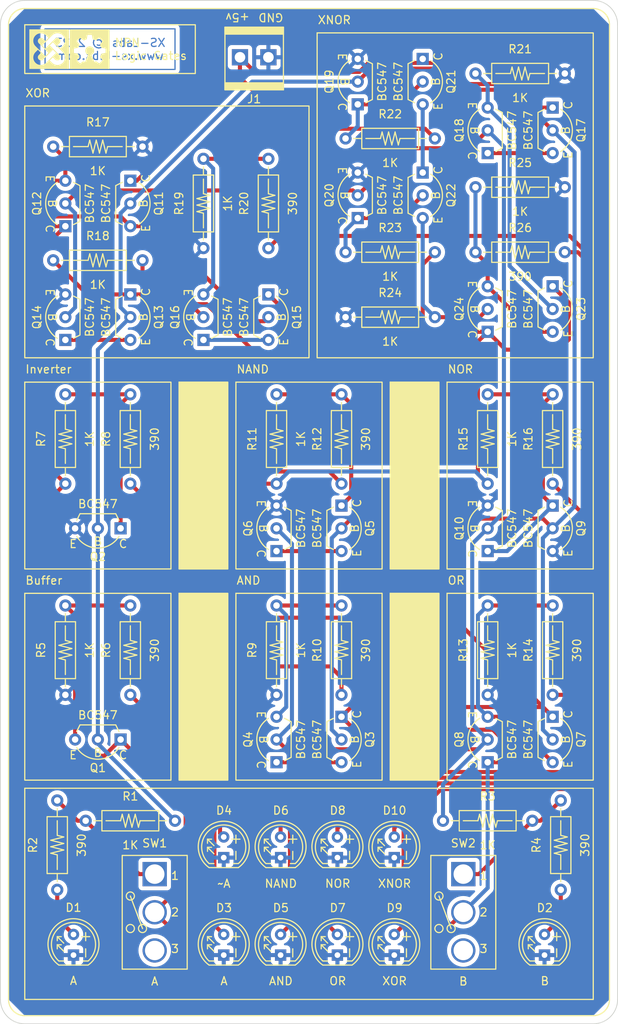
<source format=kicad_pcb>
(kicad_pcb (version 20221018) (generator pcbnew)
  (title_block (title "NPN Gates") (date "2023-10-30") (rev "1") (company "XS-Labs"))
  (layers (0 "F.Cu" signal) (31 "B.Cu" signal) (34 "B.Paste" user) (35 "F.Paste" user) (36 "B.SilkS" user "B.Silkscreen") (37 "F.SilkS" user "F.Silkscreen") (38 "B.Mask" user) (39 "F.Mask" user) (44 "Edge.Cuts" user))
  (net 0 "")
  (net 1 "GND")
  (net 2 "Net-(D1-A)")
  (net 3 "Net-(D2-A)")
  (net 4 "Net-(Q1-E)")
  (net 5 "Net-(D3-A)")
  (net 6 "Net-(Q2-C)")
  (net 7 "Net-(D4-A)")
  (net 8 "Net-(Q4-E)")
  (net 9 "Net-(D5-A)")
  (net 10 "Net-(Q5-C)")
  (net 11 "Net-(D6-A)")
  (net 12 "Net-(Q7-E)")
  (net 13 "Net-(D7-A)")
  (net 14 "Net-(Q10-C)")
  (net 15 "Net-(D8-A)")
  (net 16 "Net-(Q16-E)")
  (net 17 "Net-(D9-A)")
  (net 18 "Net-(Q23-E)")
  (net 19 "Net-(D10-A)")
  (net 20 "VCC")
  (net 21 "A")
  (net 22 "Net-(Q3-E)")
  (net 23 "B")
  (net 24 "Net-(Q5-E)")
  (net 25 "Net-(Q13-C)")
  (net 26 "Net-(Q13-E)")
  (net 27 "Net-(Q11-E)")
  (net 28 "Net-(Q15-E)")
  (net 29 "Net-(Q17-E)")
  (net 30 "Net-(Q19-C)")
  (net 31 "Net-(Q20-C)")
  (net 32 "Net-(Q21-E)")
  (net 33 "Net-(Q18-E)")
  (net 34 "Net-(Q22-E)")
  (net 35 "Net-(SW1-A)")
  (net 36 "Net-(SW2-A)")
  (footprint "XS:Resistor-Vishay-CCF07" (layer "F.Cu") (at 120 133)
    (fp_text reference "R1")
    (fp_text value "1K")
  )
  (footprint "XS:Resistor-Vishay-CCF07" (layer "F.Cu") (at 152 63 180)
    (fp_text reference "R23")
    (fp_text value "1K")
  )
  (footprint "XS:Transistor-NPN-TO-92-Line-Spacing-Lead-Form" (layer "F.Cu") (at 172 48 90)
    (fp_text reference "Q17")
    (fp_text value "BC547")
  )
  (footprint "XS:Resistor-Vishay-CCF07" (layer "F.Cu") (at 112 86 90)
    (fp_text reference "R7")
    (fp_text value "1K")
  )
  (footprint "XS:Resistor-Vishay-CCF07" (layer "F.Cu") (at 138 86 90)
    (fp_text reference "R11")
    (fp_text value "1K")
  )
  (footprint "XS:Resistor-Vishay-CCF07" (layer "F.Cu") (at 168 63 180)
    (fp_text reference "R26")
    (fp_text value "390")
  )
  (footprint "XS:Transistor-NPN-TO-92-Line-Spacing-Lead-Form" (layer "F.Cu") (at 146 123 90)
    (fp_text reference "Q3")
    (fp_text value "BC547")
  )
  (footprint "XS:LED-T1-34-5mm" (layer "F.Cu") (at 171 148.27 90)
    (fp_text reference "D2")
    (fp_text value "B")
  )
  (footprint "XS:Resistor-Vishay-CCF07" (layer "F.Cu") (at 129 57 -90)
    (fp_text reference "R19")
    (fp_text value "1K")
  )
  (footprint "XS:Transistor-NPN-TO-92-Line-Spacing-Lead-Form" (layer "F.Cu") (at 164 48 -90)
    (fp_text reference "Q18")
    (fp_text value "BC547")
  )
  (footprint "XS:LED-T1-34-5mm" (layer "F.Cu") (at 145.5 136.27 90)
    (fp_text reference "D8")
    (fp_text value "NOR")
  )
  (footprint "XS:Resistor-Vishay-CCF07" (layer "F.Cu") (at 173 136 -90)
    (fp_text reference "R4")
    (fp_text value "390")
  )
  (footprint "XS:LED-T1-34-5mm" (layer "F.Cu") (at 131.5 136.27 90)
    (fp_text reference "D4")
    (fp_text value "~A")
  )
  (footprint "XS:LED-T1-34-5mm" (layer "F.Cu") (at 113 148.27 90)
    (fp_text reference "D1")
    (fp_text value "A")
  )
  (footprint "XS:Transistor-NPN-TO-92-Line-Spacing-Lead-Form" (layer "F.Cu") (at 138 97 -90)
    (fp_text reference "Q6")
    (fp_text value "BC547")
  )
  (footprint "XS:LED-T1-34-5mm" (layer "F.Cu") (at 138.5 148.27 90)
    (fp_text reference "D5")
    (fp_text value "AND")
  )
  (footprint "XS:Resistor-Vishay-CCF07" (layer "F.Cu") (at 164 112 -90)
    (fp_text reference "R13")
    (fp_text value "1K")
  )
  (footprint "XS:Transistor-NPN-TO-92-Line-Spacing-Lead-Form" (layer "F.Cu") (at 138 123 -90)
    (fp_text reference "Q4")
    (fp_text value "BC547")
  )
  (footprint "XS:Transistor-NPN-TO-92-Line-Spacing-Lead-Form" (layer "F.Cu") (at 148 42 -90)
    (fp_text reference "Q19")
    (fp_text value "BC547")
  )
  (footprint "XS:Resistor-Vishay-CCF07" (layer "F.Cu") (at 168 41)
    (fp_text reference "R21")
    (fp_text value "1K")
  )
  (footprint "XS:LED-T1-34-5mm" (layer "F.Cu") (at 145.5 148.27 90)
    (fp_text reference "D7")
    (fp_text value "OR")
  )
  (footprint "XS:Resistor-Vishay-CCF07" (layer "F.Cu") (at 146 112 90)
    (fp_text reference "R10")
    (fp_text value "390")
  )
  (footprint "XS:Resistor-Vishay-CCF07" (layer "F.Cu") (at 152 49 180)
    (fp_text reference "R22")
    (fp_text value "1K")
  )
  (footprint "XS:Resistor-Vishay-CCF07" (layer "F.Cu") (at 111 136 -90)
    (fp_text reference "R2")
    (fp_text value "390")
  )
  (footprint "XS:Transistor-NPN-TO-92-Line-Spacing-Lead-Form" (layer "F.Cu") (at 146 97 90)
    (fp_text reference "Q5")
    (fp_text value "BC547")
  )
  (footprint "XS:Transistor-NPN-TO-92-Line-Spacing-Lead-Form" (layer "F.Cu") (at 116 97)
    (fp_text reference "Q2")
    (fp_text value "BC547")
  )
  (footprint "XS:Transistor-NPN-TO-92-Line-Spacing-Lead-Form" (layer "F.Cu") (at 164 70 -90)
    (fp_text reference "Q24")
    (fp_text value "BC547")
  )
  (footprint "XS:Resistor-Vishay-CCF07" (layer "F.Cu") (at 172 112 90)
    (fp_text reference "R14")
    (fp_text value "390")
  )
  (footprint "XS:Resistor-Vishay-CCF07" (layer "F.Cu") (at 116 50)
    (fp_text reference "R17")
    (fp_text value "1K")
  )
  (footprint "XS:Transistor-NPN-TO-92-Line-Spacing-Lead-Form" (layer "F.Cu") (at 172 123 90)
    (fp_text reference "Q7")
    (fp_text value "BC547")
  )
  (footprint "XS:Resistor-Vishay-CCF07" (layer "F.Cu") (at 164 133 180)
    (fp_text reference "R3")
    (fp_text value "1K")
  )
  (footprint "XS:LED-T1-34-5mm" (layer "F.Cu") (at 138.5 136.27 90)
    (fp_text reference "D6")
    (fp_text value "NAND")
  )
  (footprint "XS:Transistor-NPN-TO-92-Line-Spacing-Lead-Form" (layer "F.Cu") (at 120 71 90)
    (fp_text reference "Q13")
    (fp_text value "BC547")
  )
  (footprint "XS:Resistor-Vishay-CCF07" (layer "F.Cu") (at 138 112 -90)
    (fp_text reference "R9")
    (fp_text value "1K")
  )
  (footprint "XS:Resistor-Vishay-CCF07" (layer "F.Cu") (at 120 86 90)
    (fp_text reference "R8")
    (fp_text value "390")
  )
  (footprint "XS:Transistor-NPN-TO-92-Line-Spacing-Lead-Form" (layer "F.Cu") (at 112 57 -90)
    (fp_text reference "Q12")
    (fp_text value "BC547")
  )
  (footprint "XS:Connector-Wurth-Terminal-Block-2P-3.5mm-691214110002" (layer "F.Cu") (at 135.25 39.15 180)
    (fp_text reference "J1")
    (fp_text value "Conn_01x02" hide)
  )
  (footprint "XS:Transistor-NPN-TO-92-Line-Spacing-Lead-Form" (layer "F.Cu") (at 116 123)
    (fp_text reference "Q1")
    (fp_text value "BC547")
  )
  (footprint "XS:Transistor-NPN-TO-92-Line-Spacing-Lead-Form" (layer "F.Cu") (at 172 97 90)
    (fp_text reference "Q9")
    (fp_text value "BC547")
  )
  (footprint "XS:Resistor-Vishay-CCF07" (layer "F.Cu") (at 168 55)
    (fp_text reference "R25")
    (fp_text value "1K")
  )
  (footprint "XS:Logo-OSHW-5x5" (layer "F.Cu") (at 115 38)
    (fp_text reference "G***" hide)
    (fp_text value "LOGO" hide)
  )
  (footprint "XS:Resistor-Vishay-CCF07" (layer "F.Cu") (at 152 71 180)
    (fp_text reference "R24")
    (fp_text value "1K")
  )
  (footprint "XS:Transistor-NPN-TO-92-Line-Spacing-Lead-Form" (layer "F.Cu") (at 120 57 90)
    (fp_text reference "Q11")
    (fp_text value "BC547")
  )
  (footprint "XS:LED-T1-34-5mm" (layer "F.Cu") (at 152.5 148.27 90)
    (fp_text reference "D9")
    (fp_text value "XOR")
  )
  (footprint "XS:Transistor-NPN-TO-92-Line-Spacing-Lead-Form" (layer "F.Cu") (at 164 123 -90)
    (fp_text reference "Q8")
    (fp_text value "BC547")
  )
  (footprint "XS:LED-T1-34-5mm" (layer "F.Cu") (at 131.5 148.27 90)
    (fp_text reference "D3")
    (fp_text value "A")
  )
  (footprint "XS:Transistor-NPN-TO-92-Line-Spacing-Lead-Form" (layer "F.Cu") (at 156 42 90)
    (fp_text reference "Q21")
    (fp_text value "BC547")
  )
  (footprint "XS:Resistor-Vishay-CCF07" (layer "F.Cu") (at 172 86 90)
    (fp_text reference "R16")
    (fp_text value "390")
  )
  (footprint "XS:Resistor-Vishay-CCF07" (layer "F.Cu") (at 146 86 90)
    (fp_text reference "R12")
    (fp_text value "390")
  )
  (footprint "XS:Resistor-Vishay-CCF07" (layer "F.Cu") (at 120 112 90)
    (fp_text reference "R6")
    (fp_text value "390")
  )
  (footprint "XS:Transistor-NPN-TO-92-Line-Spacing-Lead-Form" (layer "F.Cu") (at 137 71 90)
    (fp_text reference "Q15")
    (fp_text value "BC547")
  )
  (footprint "XS:Transistor-NPN-TO-92-Line-Spacing-Lead-Form" (layer "F.Cu") (at 129 71 -90)
    (fp_text reference "Q16")
    (fp_text value "BC547")
  )
  (footprint "XS:Switch-SPDT-NKK-Series-M" (layer "F.Cu") (at 161 144.27 180)
    (fp_text reference "SW2")
    (fp_text value "B")
  )
  (footprint "XS:Logo-XS-5x5" (layer "F.Cu") (at 110 38)
    (fp_text reference "G***" hide)
    (fp_text value "LOGO" hide)
  )
  (footprint "XS:Resistor-Vishay-CCF07" (layer "F.Cu") (at 116 64 180)
    (fp_text reference "R18")
    (fp_text value "1K")
  )
  (footprint "XS:Transistor-NPN-TO-92-Line-Spacing-Lead-Form" (layer "F.Cu") (at 112 71 -90)
    (fp_text reference "Q14")
    (fp_text value "BC547")
  )
  (footprint "XS:Resistor-Vishay-CCF07" (layer "F.Cu") (at 112 112 -90)
    (fp_text reference "R5")
    (fp_text value "1K")
  )
  (footprint "XS:Transistor-NPN-TO-92-Line-Spacing-Lead-Form" (layer "F.Cu") (at 148 56 -90)
    (fp_text reference "Q20")
    (fp_text value "BC547")
  )
  (footprint "XS:Resistor-Vishay-CCF07" (layer "F.Cu") (at 164 86 90)
    (fp_text reference "R15")
    (fp_text value "1K")
  )
  (footprint "XS:Switch-SPDT-NKK-Series-M" (layer "F.Cu") (at 123 144.27 180)
    (fp_text reference "SW1")
    (fp_text value "A")
  )
  (footprint "XS:Transistor-NPN-TO-92-Line-Spacing-Lead-Form" (layer "F.Cu") (at 156 56 90)
    (fp_text reference "Q22")
    (fp_text value "BC547")
  )
  (footprint "XS:Resistor-Vishay-CCF07" (layer "F.Cu") (at 137 57 90)
    (fp_text reference "R20")
    (fp_text value "390")
  )
  (footprint "XS:Transistor-NPN-TO-92-Line-Spacing-Lead-Form" (layer "F.Cu") (at 172 70 90)
    (fp_text reference "Q23")
    (fp_text value "BC547")
  )
  (footprint "XS:LED-T1-34-5mm" (layer "F.Cu") (at 152.5 136.27 90)
    (fp_text reference "D10")
    (fp_text value "XNOR")
  )
  (footprint "XS:Transistor-NPN-TO-92-Line-Spacing-Lead-Form" (layer "F.Cu") (at 164 97 -90)
    (fp_text reference "Q10")
    (fp_text value "BC547")
  )
  (gr_line (start 109.5 35.5) (end 125.5 35.5) (stroke (width 0.15)) (layer "B.Cu"))
  (gr_line (start 125.5 35.5) (end 125.5 40.5) (stroke (width 0.15)) (layer "B.Cu"))
  (gr_line (start 109.5 40.5) (end 109.5 35.5) (stroke (width 0.15)) (layer "B.Cu"))
  (gr_line (start 125.5 40.5) (end 109.5 40.5) (stroke (width 0.15)) (layer "B.Cu"))
  (gr_line (start 107 129) (end 107 155) (stroke (width 0.15)) (layer "F.SilkS"))
  (gr_rect (start 143 36) (end 177 76) (stroke (width 0.15)) (fill none) (layer "F.SilkS"))
  (gr_line (start 177 33) (end 107 33) (stroke (width 0.15)) (layer "F.SilkS"))
  (gr_rect (start 126 79) (end 132 102) (stroke (width 0.15)) (fill solid) (layer "F.SilkS"))
  (gr_rect (start 159 79) (end 177 102) (stroke (width 0.15)) (fill none) (layer "F.SilkS"))
  (gr_line (start 105 35) (end 105 155) (stroke (width 0.15)) (layer "F.SilkS"))
  (gr_line (start 107 129) (end 177 129) (stroke (width 0.15)) (layer "F.SilkS"))
  (gr_arc (start 105 35) (mid 105.585786 33.585786) (end 107 33) (stroke (width 0.15)) (layer "F.SilkS"))
  (gr_rect (start 152 79) (end 158 102) (stroke (width 0.15)) (fill solid) (layer "F.SilkS"))
  (gr_arc (start 179 155) (mid 178.414214 156.414214) (end 177 157) (stroke (width 0.15)) (layer "F.SilkS"))
  (gr_rect (start 107 105) (end 125 128) (stroke (width 0.15)) (fill none) (layer "F.SilkS"))
  (gr_rect (start 107 35) (end 128 41) (stroke (width 0.15)) (fill none) (layer "F.SilkS"))
  (gr_rect (start 133 79) (end 151 102) (stroke (width 0.15)) (fill none) (layer "F.SilkS"))
  (gr_rect (start 107 79) (end 125 102) (stroke (width 0.15)) (fill none) (layer "F.SilkS"))
  (gr_rect (start 159 105) (end 177 128) (stroke (width 0.15)) (fill none) (layer "F.SilkS"))
  (gr_line (start 177 157) (end 107 157) (stroke (width 0.15)) (layer "F.SilkS"))
  (gr_arc (start 107 157) (mid 105.585786 156.414214) (end 105 155) (stroke (width 0.15)) (layer "F.SilkS"))
  (gr_arc (start 177 33) (mid 178.414214 33.585786) (end 179 35) (stroke (width 0.15)) (layer "F.SilkS"))
  (gr_rect (start 152 105) (end 158 128) (stroke (width 0.15)) (fill solid) (layer "F.SilkS"))
  (gr_rect (start 107 45) (end 142 76) (stroke (width 0.15)) (fill none) (layer "F.SilkS"))
  (gr_line (start 177 129) (end 177 155) (stroke (width 0.15)) (layer "F.SilkS"))
  (gr_line (start 179 35) (end 179 155) (stroke (width 0.15)) (layer "F.SilkS"))
  (gr_line (start 107 155) (end 177 155) (stroke (width 0.15)) (layer "F.SilkS"))
  (gr_rect (start 126 105) (end 132 128) (stroke (width 0.15)) (fill solid) (layer "F.SilkS"))
  (gr_rect (start 133 105) (end 151 128) (stroke (width 0.15)) (fill none) (layer "F.SilkS"))
  (gr_arc (start 177 32) (mid 179.12132 32.87868) (end 180 35) (stroke (width 0.1)) (layer "Edge.Cuts"))
  (gr_line (start 177 158) (end 107 158) (stroke (width 0.1)) (layer "Edge.Cuts"))
  (gr_arc (start 107 158) (mid 104.87868 157.12132) (end 104 155) (stroke (width 0.1)) (layer "Edge.Cuts"))
  (gr_arc (start 180 155) (mid 179.12132 157.12132) (end 177 158) (stroke (width 0.1)) (layer "Edge.Cuts"))
  (gr_line (start 107 32) (end 177 32) (stroke (width 0.1)) (layer "Edge.Cuts"))
  (gr_line (start 104 155) (end 104 35) (stroke (width 0.1)) (layer "Edge.Cuts"))
  (gr_arc (start 104 35) (mid 104.87868 32.87868) (end 107 32) (stroke (width 0.1)) (layer "Edge.Cuts"))
  (gr_line (start 180 35) (end 180 155) (stroke (width 0.1)) (layer "Edge.Cuts"))
  (gr_text "XS-Labs © 2023\nwww.xs-labs.com" (at 117.5 39.40675) (layer "B.Cu") (effects (font (size 1 1)) (justify bottom mirror)))
  (gr_text "NPN\nLogic Gates" (at 118 39.40675) (layer "F.SilkS") (effects (font (size 1 1)) (justify left bottom)))
  (gr_text "NAND" (at 133 78) (layer "F.SilkS") (effects (font (size 1 1)) (justify left bottom)))
  (gr_text "NOR" (at 159 78) (layer "F.SilkS") (effects (font (size 1 1)) (justify left bottom)))
  (gr_text "XNOR" (at 143 35) (layer "F.SilkS") (effects (font (size 1 1)) (justify left bottom)))
  (gr_text "Buffer" (at 107 104) (layer "F.SilkS") (effects (font (size 1 1)) (justify left bottom)))
  (gr_text "+5v" (at 134.777381 33.5 180) (layer "F.SilkS") (effects (font (size 1 1)) (justify left bottom)))
  (gr_text "XOR" (at 107 44) (layer "F.SilkS") (effects (font (size 1 1)) (justify left bottom)))
  (gr_text "AND" (at 133 104) (layer "F.SilkS") (effects (font (size 1 1)) (justify left bottom)))
  (gr_text "Inverter" (at 107 78) (layer "F.SilkS") (effects (font (size 1 1)) (justify left bottom)))
  (gr_text "GND" (at 138.925 33.5 180) (layer "F.SilkS") (effects (font (size 1 1)) (justify left bottom)))
  (gr_text "OR" (at 159 104) (layer "F.SilkS") (effects (font (size 1 1)) (justify left bottom)))
  (segment (start 113 147) (end 111 145) (width 0.5) (layer "F.Cu") (net 2))
  (segment (start 111 145) (end 111 141.5) (width 0.5) (layer "F.Cu") (net 2))
  (segment (start 173 145) (end 173 141.5) (width 0.5) (layer "F.Cu") (net 3))
  (segment (start 171 147) (end 173 145) (width 0.5) (layer "F.Cu") (net 3))
  (segment (start 113.2 123) (end 113.2 107.7) (width 0.5) (layer "F.Cu") (net 4))
  (segment (start 113.2 107.7) (end 112 106.5) (width 0.5) (layer "F.Cu") (net 4))
  (segment (start 112 106.5) (end 120 106.5) (width 0.5) (layer "F.Cu") (net 4))
  (segment (start 130.35 127.85) (end 120 117.5) (width 0.5) (layer "F.Cu") (net 5))
  (segment (start 131.5 147) (end 130.35 145.85) (width 0.5) (layer "F.Cu") (net 5))
  (segment (start 130.35 145.85) (end 130.35 127.85) (width 0.5) (layer "F.Cu") (net 5))
  (segment (start 120 80.5) (end 118.8 81.7) (width 0.5) (layer "F.Cu") (net 6))
  (segment (start 118.8 81.7) (end 118.8 97) (width 0.5) (layer "F.Cu") (net 6))
  (segment (start 112 80.5) (end 120 80.5) (width 0.5) (layer "F.Cu") (net 6))
  (segment (start 131.05 127.56005) (end 122 118.51005) (width 0.5) (layer "F.Cu") (net 7))
  (segment (start 131.05 134.55) (end 131.05 127.56005) (width 0.5) (layer "F.Cu") (net 7))
  (segment (start 122 118.51005) (end 122 93.5) (width 0.5) (layer "F.Cu") (net 7))
  (segment (start 131.5 135) (end 131.05 134.55) (width 0.5) (layer "F.Cu") (net 7))
  (segment (start 122 93.5) (end 120 91.5) (width 0.5) (layer "F.Cu") (net 7))
  (segment (start 138 106.5) (end 146 106.5) (width 0.5) (layer "F.Cu") (net 8))
  (segment (start 138 120.2) (end 139.2 119) (width 0.5) (layer "B.Cu") (net 8))
  (segment (start 139.2 107.7) (end 138 106.5) (width 0.5) (layer "B.Cu") (net 8))
  (segment (start 139.2 119) (end 139.2 107.7) (width 0.5) (layer "B.Cu") (net 8))
  (segment (start 139.65 145.85) (end 138.5 147) (width 0.5) (layer "F.Cu") (net 9))
  (segment (start 144.625 114) (end 136 114) (width 0.5) (layer "F.Cu") (net 9))
  (segment (start 139.65 133.65) (end 139.65 145.85) (width 0.5) (layer "F.Cu") (net 9))
  (segment (start 134.7 128.7) (end 139.65 133.65) (width 0.5) (layer "F.Cu") (net 9))
  (segment (start 136 114) (end 134.7 115.3) (width 0.5) (layer "F.Cu") (net 9))
  (segment (start 134.7 115.3) (end 134.7 128.7) (width 0.5) (layer "F.Cu") (net 9))
  (segment (start 146 117.5) (end 146 115.375) (width 0.5) (layer "F.Cu") (net 9))
  (segment (start 146 115.375) (end 144.625 114) (width 0.5) (layer "F.Cu") (net 9))
  (segment (start 146 94.2) (end 147.2 93) (width 0.5) (layer "F.Cu") (net 10))
  (segment (start 147.2 81.7) (end 146 80.5) (width 0.5) (layer "F.Cu") (net 10))
  (segment (start 138 80.5) (end 146 80.5) (width 0.5) (layer "F.Cu") (net 10))
  (segment (start 147.2 93) (end 147.2 81.7) (width 0.5) (layer "F.Cu") (net 10))
  (segment (start 146 91.5) (end 144.5 90) (width 0.5) (layer "F.Cu") (net 11))
  (segment (start 144.5 90) (end 137 90) (width 0.5) (layer "F.Cu") (net 11))
  (segment (start 134 93) (end 134 128.98995) (width 0.5) (layer "F.Cu") (net 11))
  (segment (start 134 128.98995) (end 138.5 133.48995) (width 0.5) (layer "F.Cu") (net 11))
  (segment (start 138.5 133.48995) (end 138.5 135) (width 0.5) (layer "F.Cu") (net 11))
  (segment (start 137 90) (end 134 93) (width 0.5) (layer "F.Cu") (net 11))
  (segment (start 172 125.8) (end 166.4 120.2) (width 0.5) (layer "F.Cu") (net 12))
  (segment (start 164 106.5) (end 172 106.5) (width 0.5) (layer "F.Cu") (net 12))
  (segment (start 166.4 120.2) (end 164 120.2) (width 0.5) (layer "F.Cu") (net 12))
  (segment (start 164 120.2) (end 162.8 119) (width 0.5) (layer "B.Cu") (net 12))
  (segment (start 162.8 107.7) (end 164 106.5) (width 0.5) (layer "B.Cu") (net 12))
  (segment (start 162.8 119) (end 162.8 107.7) (width 0.5) (layer "B.Cu") (net 12))
  (segment (start 174.5 117.5) (end 172 117.5) (width 0.5) (layer "F.Cu") (net 13))
  (segment (start 144 145.5) (end 144 134.43773) (width 0.5) (layer "F.Cu") (net 13))
  (segment (start 151.43773 127) (end 174 127) (width 0.5) (layer "F.Cu") (net 13))
  (segment (start 145.5 147) (end 144 145.5) (width 0.5) (layer "F.Cu") (net 13))
  (segment (start 176.3 119.3) (end 174.5 117.5) (width 0.5) (layer "F.Cu") (net 13))
  (segment (start 176.3 124.7) (end 176.3 119.3) (width 0.5) (layer "F.Cu") (net 13))
  (segment (start 174 127) (end 176.3 124.7) (width 0.5) (layer "F.Cu") (net 13))
  (segment (start 144 134.43773) (end 151.43773 127) (width 0.5) (layer "F.Cu") (net 13))
  (segment (start 170.8 93) (end 172 94.2) (width 0.5) (layer "F.Cu") (net 14))
  (segment (start 164 80.5) (end 172 80.5) (width 0.5) (layer "F.Cu") (net 14))
  (segment (start 172 80.5) (end 170.8 81.7) (width 0.5) (layer "F.Cu") (net 14))
  (segment (start 170.8 81.7) (end 170.8 93) (width 0.5) (layer "F.Cu") (net 14))
  (segment (start 166.4 99.8) (end 172 94.2) (width 0.5) (layer "B.Cu") (net 14))
  (segment (start 164 99.8) (end 166.4 99.8) (width 0.5) (layer "B.Cu") (net 14))
  (segment (start 145.5 135) (end 145.5 133.92768) (width 0.5) (layer "F.Cu") (net 15))
  (segment (start 151.72768 127.7) (end 174.28995 127.7) (width 0.5) (layer "F.Cu") (net 15))
  (segment (start 174.28995 127.7) (end 177 124.989949) (width 0.5) (layer "F.Cu") (net 15))
  (segment (start 177 96.5) (end 172 91.5) (width 0.5) (layer "F.Cu") (net 15))
  (segment (start 145.5 133.92768) (end 151.72768 127.7) (width 0.5) (layer "F.Cu") (net 15))
  (segment (start 177 124.989949) (end 177 96.5) (width 0.5) (layer "F.Cu") (net 15))
  (segment (start 129 51.5) (end 137 51.5) (width 0.5) (layer "F.Cu") (net 16))
  (segment (start 130.2 67) (end 130.2 52.7) (width 0.5) (layer "B.Cu") (net 16))
  (segment (start 129 68.2) (end 130.2 67) (width 0.5) (layer "B.Cu") (net 16))
  (segment (start 130.2 52.7) (end 129 51.5) (width 0.5) (layer "B.Cu") (net 16))
  (segment (start 153.65 145.85) (end 153.65 133.73995) (width 0.5) (layer "F.Cu") (net 17))
  (segment (start 138.5 61) (end 137 62.5) (width 0.5) (layer "F.Cu") (net 17))
  (segment (start 174.095194 61) (end 138.5 61) (width 0.5) (layer "F.Cu") (net 17))
  (segment (start 178.4 65.304806) (end 174.095194 61) (width 0.5) (layer "F.Cu") (net 17))
  (segment (start 152.5 147) (end 153.65 145.85) (width 0.5) (layer "F.Cu") (net 17))
  (segment (start 158.28995 129.1) (end 174.86985 129.1) (width 0.5) (layer "F.Cu") (net 17))
  (segment (start 178.4 125.569847) (end 178.4 65.304806) (width 0.5) (layer "F.Cu") (net 17))
  (segment (start 174.86985 129.1) (end 178.4 125.569847) (width 0.5) (layer "F.Cu") (net 17))
  (segment (start 153.65 133.73995) (end 158.28995 129.1) (width 0.5) (layer "F.Cu") (net 17))
  (segment (start 164 67.2) (end 164 64.5) (width 0.5) (layer "F.Cu") (net 18))
  (segment (start 172 72.8) (end 169.6 72.8) (width 0.5) (layer "F.Cu") (net 18))
  (segment (start 169.6 72.8) (end 164 67.2) (width 0.5) (layer "F.Cu") (net 18))
  (segment (start 164 64.5) (end 162.5 63) (width 0.5) (layer "F.Cu") (net 18))
  (segment (start 162.5 63) (end 162.5 55) (width 0.5) (layer "B.Cu") (net 18))
  (segment (start 152.5 135) (end 152.5 133.9) (width 0.5) (layer "F.Cu") (net 19))
  (segment (start 175.105244 63) (end 173.5 63) (width 0.5) (layer "F.Cu") (net 19))
  (segment (start 177.7 125.279898) (end 177.7 65.594756) (width 0.5) (layer "F.Cu") (net 19))
  (segment (start 152.5 133.9) (end 158 128.4) (width 0.5) (layer "F.Cu") (net 19))
  (segment (start 177.7 65.594756) (end 175.105244 63) (width 0.5) (layer "F.Cu") (net 19))
  (segment (start 174.5799 128.4) (end 177.7 125.279898) (width 0.5) (layer "F.Cu") (net 19))
  (segment (start 158 128.4) (end 174.5799 128.4) (width 0.5) (layer "F.Cu") (net 19))
  (segment (start 116.8 125) (end 118.8 123) (width 0.5) (layer "F.Cu") (net 20))
  (segment (start 146 120.2) (end 147.2 119) (width 0.5) (layer "F.Cu") (net 20))
  (segment (start 156.8 72.8) (end 156 72) (width 0.5) (layer "F.Cu") (net 20))
  (segment (start 162.8 74) (end 164 72.8) (width 0.5) (layer "F.Cu") (net 20))
  (segment (start 110 93.5) (end 110 123) (width 0.5) (layer "F.Cu") (net 20))
  (segment (start 147.6 121.8) (end 164.645194 121.8) (width 0.5) (layer "F.Cu") (net 20))
  (segment (start 170.8 119) (end 172 120.2) (width 0.5) (layer "F.Cu") (net 20))
  (segment (start 120 54.2) (end 120.8 54.2) (width 0.5) (layer "F.Cu") (net 20))
  (segment (start 135.3 40.8) (end 148.21005 40.8) (width 0.5) (layer "F.Cu") (net 20))
  (segment (start 110 123) (end 112 125) (width 0.5) (layer "F.Cu") (net 20))
  (segment (start 157.7 39.7) (end 160.3 42.3) (width 0.5) (layer "F.Cu") (net 20))
  (segment (start 162.8 90.3) (end 162.8 74) (width 0.5) (layer "F.Cu") (net 20))
  (segment (start 109 88.5) (end 112 91.5) (width 0.5) (layer "F.Cu") (net 20))
  (segment (start 126.809612 131.009612) (end 118.8 123) (width 0.5) (layer "F.Cu") (net 20))
  (segment (start 154.27 151) (end 161 144.27) (width 0.5) (layer "F.Cu") (net 20))
  (segment (start 160.3 42.3) (end 167.28995 42.3) (width 0.5) (layer "F.Cu") (net 20))
  (segment (start 136.48995 91.5) (end 134.7 93.28995) (width 0.5) (layer "F.Cu") (net 20))
  (segment (start 133.5 41.5) (end 139.8 47.8) (width 0.5) (layer "F.Cu") (net 20))
  (segment (start 146 120.2) (end 147.6 121.8) (width 0.5) (layer "F.Cu") (net 20))
  (segment (start 112 125) (end 116.8 125) (width 0.5) (layer "F.Cu") (net 20))
  (segment (start 133.5 39) (end 133.5 41.5) (width 0.5) (layer "F.Cu") (net 20))
  (segment (start 170.18995 45.2) (end 172 45.2) (width 0.5) (layer "F.Cu") (net 20))
  (segment (start 108 57) (end 110.8 59.8) (width 0.5) (layer "F.Cu") (net 20))
  (segment (start 121.5 67.5) (end 121.5 64) (width 0.5) (layer "F.Cu") (net 20))
  (segment (start 148.21005 40.8) (end 149.310051 39.7) (width 0.5) (layer "F.Cu") (net 20))
  (segment (start 137.404806 108) (end 159.8 108) (width 0.5) (layer "F.Cu") (net 20))
  (segment (start 134.7 105.295194) (end 137.404806 108) (width 0.5) (layer "F.Cu") (net 20))
  (segment (start 112 59.8) (end 109 62.8) (width 0.5) (layer "F.Cu") (net 20))
  (segment (start 174 69.2) (end 172 67.2) (width 0.5) (layer "F.Cu") (net 20))
  (segment (start 149.310051 39.7) (end 155.5 39.7) (width 0.5) (layer "F.Cu") (net 20))
  (segment (start 166 125) (end 165.2 125.8) (width 0.5) (layer "F.Cu") (net 20))
  (segment (start 109 62.8) (end 109 88.5) (width 0.5) (layer "F.Cu") (net 20))
  (segment (start 164 91.5) (end 162.8 90.3) (width 0.5) (layer "F.Cu") (net 20))
  (segment (start 164.645194 121.8) (end 166 123.154806) (width 0.5) (layer "F.Cu") (net 20))
  (segment (start 136 76) (end 129.4 69.4) (width 0.5) (layer "F.Cu") (net 20))
  (segment (start 138 91.5) (end 136.48995 91.5) (width 0.5) (layer "F.Cu") (net 20))
  (segment (start 156.5 39.7) (end 157.7 39.7) (width 0.5) (layer "F.Cu") (net 20))
  (segment (start 141.6 72.8) (end 138.4 76) (width 0.5) (layer "F.Cu") (net 20))
  (segment (start 166.2 75) (end 172.745194 75) (width 0.5) (layer "F.Cu") (net 20))
  (segment (start 120.8 54.2) (end 133.5 41.5) (width 0.5) (layer "F.Cu") (net 20))
  (segment (start 123 144.27) (end 126.809612 140.460388) (width 0.5) (layer "F.Cu") (net 20))
  (segment (start 156 39.2) (end 156.5 39.7) (width 0.5) (layer "F.Cu") (net 20))
  (segment (start 112 43) (end 108 47) (width 0.5) (layer "F.Cu") (net 20))
  (segment (start 133.5 39) (end 135.3 40.8) (width 0.5) (layer "F.Cu") (net 20))
  (segment (start 155.5 39.7) (end 156 39.2) (width 0.5) (layer "F.Cu") (net 20))
  (segment (start 138.4 76) (end 136 76) (width 0.5) (layer "F.Cu") (net 20))
  (segment (start 174 73.745194) (end 174 69.2) (width 0.5) (layer "F.Cu") (net 20))
  (segment (start 164 72.8) (end 156.8 72.8) (width 0.5) (layer "F.Cu") (net 20))
  (segment (start 123 144.27) (end 129.73 151) (width 0.5) (layer "F.Cu") (net 20))
  (segment (start 141.6 72.8) (end 164 72.8) (width 0.5) (layer "F.Cu") (net 20))
  (segment (start 156 64.5) (end 157.5 63) (width 0.5) (layer "F.Cu") (net 20))
  (segment (start 156.3 47.8) (end 157.5 49) (width 0.5) (layer "F.Cu") (net 20))
  (segment (start 172.745194 75) (end 174 73.745194) (width 0.5) (layer "F.Cu") (net 20))
  (segment (start 141.6 72.8) (end 137 68.2) (width 0.5) (layer "F.Cu") (net 20))
  (segment (start 129.4 69.4) (end 123.4 69.4) (width 0.5) (layer "F.Cu") (net 20))
  (segment (start 133.5 40.7) (end 133.5 39) (width 0.5) (layer "F.Cu") (net 20))
  (segment (start 110.8 59.8) (end 112 59.8) (width 0.5) (layer "F.Cu") (net 20))
  (segment (start 167.28995 42.3) (end 170.18995 45.2) (width 0.5) (layer "F.Cu") (net 20))
  (segment (start 156 72) (end 156 64.5) (width 0.5) (layer "F.Cu") (net 20))
  (segment (start 159.8 108) (end 172 120.2) (width 0.5) (layer "F.Cu") (net 20))
  (segment (start 133.5 41.5) (end 132 43) (width 0.5) (layer "F.Cu") (net 20))
  (segment (start 147.2 119) (end 170.8 119) (width 0.5) (layer "F.Cu") (net 20))
  (segment (start 108 47) (end 108 57) (width 0.5) (layer "F.Cu") (net 20))
  (segment (start 133.5 41.5) (end 133.5 40.7) (width 0.5) (layer "F.Cu") (net 20))
  (segment (start 134.7 93.28995) (end 134.7 105.295194) (width 0.5) (layer "F.Cu") (net 20))
  (segment (start 166 123.154806) (end 166 125) (width 0.5) (layer "F.Cu") (net 20))
  (segment (start 129.73 151) (end 154.27 151) (width 0.5) (layer "F.Cu") (net 20))
  (segment (start 139.8 47.8) (end 156.3 47.8) (width 0.5) (layer "F.Cu") (net 20))
  (segment (start 165.2 125.8) (end 164 125.8) (width 0.5) (layer "F.Cu") (net 20))
  (segment (start 123.4 69.4) (end 121.5 67.5) (width 0.5) (layer "F.Cu") (net 20))
  (segment (start 126.809612 140.460388) (end 126.809612 131.009612) (width 0.5) (layer "F.Cu") (net 20))
  (segment (start 132 43) (end 112 43) (width 0.5) (layer "F.Cu") (net 20))
  (segment (start 112 91.5) (end 110 93.5) (width 0.5) (layer "F.Cu") (net 20))
  (segment (start 164 72.8) (end 166.2 75) (width 0.5) (layer "F.Cu") (net 20))
  (segment (start 164 91.5) (end 162.5 90) (width 0.5) (layer "B.Cu") (net 20))
  (segment (start 139.5 90) (end 138 91.5) (width 0.5) (layer "B.Cu") (net 20))
  (segment (start 161 144.27) (end 164 141.27) (width 0.5) (layer "B.Cu") (net 20))
  (segment (start 164 141.27) (end 164 125.8) (width 0.5) (layer "B.Cu") (net 20))
  (segment (start 162.5 90) (end 139.5 90) (width 0.5) (layer "B.Cu") (net 20))
  (segment (start 172 48) (end 167 43) (width 0.5) (layer "F.Cu") (net 21))
  (segment (start 149.6 40.4) (end 148 42) (width 0.5) (layer "F.Cu") (net 21))
  (segment (start 170.8 95.8) (end 172 97) (width 0.5) (layer "F.Cu") (net 21))
  (segment (start 147.2 95.8) (end 170.8 95.8) (width 0.5) (layer "F.Cu") (net 21))
  (segment (start 167 43) (end 160 43) (width 0.5) (layer "F.Cu") (net 21))
  (segment (start 160 43) (end 157.4 40.4) (width 0.5) (layer "F.Cu") (net 21))
  (segment (start 146 97) (end 147.2 95.8) (width 0.5) (layer "F.Cu") (net 21))
  (segment (start 157.4 40.4) (end 149.6 40.4) (width 0.5) (layer "F.Cu") (net 21))
  (segment (start 148 42) (end 135 42) (width 0.5) (layer "B.Cu") (net 21))
  (segment (start 116 97) (end 116 75) (width 0.5) (layer "B.Cu") (net 21))
  (segment (start 118.8 58.2) (end 120 57) (width 0.5) (layer "B.Cu") (net 21))
  (segment (start 144.8 98.2) (end 146 97) (width 0.5) (layer "B.Cu") (net 21))
  (segment (start 125.5 133) (end 116 123.5) (width 0.5) (layer "B.Cu") (net 21))
  (segment (start 116 123) (end 116 97) (width 0.5) (layer "B.Cu") (net 21))
  (segment (start 172 97) (end 174.7 94.3) (width 0.5) (layer "B.Cu") (net 21))
  (segment (start 172 123) (end 170.8 121.8) (width 0.5) (layer "B.Cu") (net 21))
  (segment (start 116 75) (end 120 71) (width 0.5) (layer "B.Cu") (net 21))
  (segment (start 118.8 69.8) (end 118.8 58.2) (width 0.5) (layer "B.Cu") (net 21))
  (segment (start 170.8 98.2) (end 172 97) (width 0.5) (layer "B.Cu") (net 21))
  (segment (start 135 42) (end 120 57) (width 0.5) (layer "B.Cu") (net 21))
  (segment (start 116 123.5) (end 116 123) (width 0.5) (layer "B.Cu") (net 21))
  (segment (start 174.7 94.3) (end 174.7 50.7) (width 0.5) (layer "B.Cu") (net 21))
  (segment (start 144.8 121.8) (end 144.8 98.2) (width 0.5) (layer "B.Cu") (net 21))
  (segment (start 174.7 50.7) (end 172 48) (width 0.5) (layer "B.Cu") (net 21))
  (segment (start 146 123) (end 144.8 121.8) (width 0.5) (layer "B.Cu") (net 21))
  (segment (start 120 71) (end 118.8 69.8) (width 0.5) (layer "B.Cu") (net 21))
  (segment (start 170.8 121.8) (end 170.8 98.2) (width 0.5) (layer "B.Cu") (net 21))
  (segment (start 138 125.8) (end 146 125.8) (width 0.5) (layer "F.Cu") (net 22))
  (segment (start 164 123) (end 162.8 124.2) (width 0.5) (layer "F.Cu") (net 23))
  (segment (start 147.4 55.4) (end 148 56) (width 0.5) (layer "F.Cu") (net 23))
  (segment (start 153.8 50.2) (end 161.8 50.2) (width 0.5) (layer "F.Cu") (net 23))
  (segment (start 161.8 50.2) (end 164 48) (width 0.5) (layer "F.Cu") (net 23))
  (segment (start 113.6 55.4) (end 147.4 55.4) (width 0.5) (layer "F.Cu") (net 23))
  (segment (start 162.8 124.2) (end 139.2 124.2) (width 0.5) (layer "F.Cu") (net 23))
  (segment (start 148 56) (end 153.8 50.2) (width 0.5) (layer "F.Cu") (net 23))
  (segment (start 112 57) (end 113.6 55.4) (width 0.5) (layer "F.Cu") (net 23))
  (segment (start 139.2 124.2) (end 138 123) (width 0.5) (layer "F.Cu") (net 23))
  (segment (start 162.1 121.1) (end 162.1 98.9) (width 0.5) (layer "B.Cu") (net 23))
  (segment (start 158.5 128.5) (end 164 123) (width 0.5) (layer "B.Cu") (net 23))
  (segment (start 166 50) (end 164 48) (width 0.5) (layer "B.Cu") (net 23))
  (segment (start 166 95) (end 166 50) (width 0.5) (layer "B.Cu") (net 23))
  (segment (start 138 97) (end 139.9 98.9) (width 0.5) (layer "B.Cu") (net 23))
  (segment (start 162.1 98.9) (end 164 97) (width 0.5) (layer "B.Cu") (net 23))
  (segment (start 112 71) (end 113.2 69.8) (width 0.5) (layer "B.Cu") (net 23))
  (segment (start 164 97) (end 166 95) (width 0.5) (layer "B.Cu") (net 23))
  (segment (start 139.9 121.1) (end 138 123) (width 0.5) (layer "B.Cu") (net 23))
  (segment (start 164 123) (end 162.1 121.1) (width 0.5) (layer "B.Cu") (net 23))
  (segment (start 113.2 69.8) (end 113.2 58.2) (width 0.5) (layer "B.Cu") (net 23))
  (segment (start 139.9 98.9) (end 139.9 121.1) (width 0.5) (layer "B.Cu") (net 23))
  (segment (start 158.5 133) (end 158.5 128.5) (width 0.5) (layer "B.Cu") (net 23))
  (segment (start 113.2 58.2) (end 112 57) (width 0.5) (layer "B.Cu") (net 23))
  (segment (start 146 99.8) (end 138 99.8) (width 0.5) (layer "F.Cu") (net 24))
  (segment (start 123.11005 70.1) (end 121.21005 68.2) (width 0.5) (layer "F.Cu") (net 25))
  (segment (start 120 68.2) (end 114.7 68.2) (width 0.5) (layer "F.Cu") (net 25))
  (segment (start 129 71) (end 128.1 70.1) (width 0.5) (layer "F.Cu") (net 25))
  (segment (start 114.7 68.2) (end 110.5 64) (width 0.5) (layer "F.Cu") (net 25))
  (segment (start 128.1 70.1) (end 123.11005 70.1) (width 0.5) (layer "F.Cu") (net 25))
  (segment (start 121.21005 68.2) (end 120 68.2) (width 0.5) (layer "F.Cu") (net 25))
  (segment (start 112 73.8) (end 120 73.8) (width 0.5) (layer "F.Cu") (net 26))
  (segment (start 112 54.2) (end 112 51.5) (width 0.5) (layer "F.Cu") (net 27))
  (segment (start 120 59.8) (end 118.8 58.6) (width 0.5) (layer "F.Cu") (net 27))
  (segment (start 108.7 55.3) (end 109.8 54.2) (width 0.5) (layer "F.Cu") (net 27))
  (segment (start 134.745194 71.5) (end 136.5 71.5) (width 0.5) (layer "F.Cu") (net 27))
  (segment (start 112 51.5) (end 110.5 50) (width 0.5) (layer "F.Cu") (net 27))
  (segment (start 120 59.8) (end 123.045194 59.8) (width 0.5) (layer "F.Cu") (net 27))
  (segment (start 108.7 56.7) (end 108.7 55.3) (width 0.5) (layer "F.Cu") (net 27))
  (segment (start 123.045194 59.8) (end 134.745194 71.5) (width 0.5) (layer "F.Cu") (net 27))
  (segment (start 136.5 71.5) (end 137 71) (width 0.5) (layer "F.Cu") (net 27))
  (segment (start 110.6 58.6) (end 108.7 56.7) (width 0.5) (layer "F.Cu") (net 27))
  (segment (start 118.8 58.6) (end 110.6 58.6) (width 0.5) (layer "F.Cu") (net 27))
  (segment (start 109.8 54.2) (end 112 54.2) (width 0.5) (layer "F.Cu") (net 27))
  (segment (start 129 73.8) (end 137 73.8) (width 0.5) (layer "B.Cu") (net 28))
  (segment (start 164 50.8) (end 172 50.8) (width 0.5) (layer "F.Cu") (net 29))
  (segment (start 153.2 44.8) (end 156 42) (width 0.5) (layer "F.Cu") (net 30))
  (segment (start 148 44.8) (end 153.2 44.8) (width 0.5) (layer "F.Cu") (net 30))
  (segment (start 148 44.8) (end 148 47.5) (width 0.5) (layer "B.Cu") (net 30))
  (segment (start 148 47.5) (end 146.5 49) (width 0.5) (layer "B.Cu") (net 30))
  (segment (start 148 58.8) (end 153.2 58.8) (width 0.5) (layer "F.Cu") (net 31))
  (segment (start 153.2 58.8) (end 156 56) (width 0.5) (layer "F.Cu") (net 31))
  (segment (start 146.5 60.3) (end 148 58.8) (width 0.5) (layer "B.Cu") (net 31))
  (segment (start 146.5 63) (end 146.5 60.3) (width 0.5) (layer "B.Cu") (net 31))
  (segment (start 156 53.2) (end 156 44.8) (width 0.5) (layer "B.Cu") (net 32))
  (segment (start 166.7 47.9) (end 164 45.2) (width 0.5) (layer "B.Cu") (net 33))
  (segment (start 164 42.5) (end 162.5 41) (width 0.5) (layer "B.Cu") (net 33))
  (segment (start 172 70) (end 166.7 64.7) (width 0.5) (layer "B.Cu") (net 33))
  (segment (start 166.7 64.7) (end 166.7 47.9) (width 0.5) (layer "B.Cu") (net 33))
  (segment (start 164 45.2) (end 164 42.5) (width 0.5) (layer "B.Cu") (net 33))
  (segment (start 163 71) (end 164 70) (width 0.5) (layer "F.Cu") (net 34))
  (segment (start 157.5 71) (end 163 71) (width 0.5) (layer "F.Cu") (net 34))
  (segment (start 156 69.5) (end 156 58.8) (width 0.5) (layer "B.Cu") (net 34))
  (segment (start 157.5 71) (end 156 69.5) (width 0.5) (layer "B.Cu") (net 34))
  (segment (start 123 139.57) (end 121.07 139.57) (width 0.5) (layer "F.Cu") (net 35))
  (segment (start 121.07 139.57) (end 114.5 133) (width 0.5) (layer "F.Cu") (net 35))
  (segment (start 113.5 133) (end 111 130.5) (width 0.5) (layer "F.Cu") (net 35))
  (segment (start 114.5 133) (end 113.5 133) (width 0.5) (layer "F.Cu") (net 35))
  (segment (start 169.5 133) (end 170.5 133) (width 0.5) (layer "F.Cu") (net 36))
  (segment (start 170.5 133) (end 173 130.5) (width 0.5) (layer "F.Cu") (net 36))
  (segment (start 161 139.57) (end 162.93 139.57) (width 0.5) (layer "F.Cu") (net 36))
  (segment (start 162.93 139.57) (end 169.5 133) (width 0.5) (layer "F.Cu") (net 36))
  (zone (net 1) (net_name "GND") (layer "B.Cu") (connect_pads (clearance 0.5)) (min_thickness 0.25) (fill yes (thermal_gap 0.5) (thermal_bridge_width 0.5))
    (polygon (pts (xy 105 35) (xy 107 33) (xy 177 33) (xy 179 35) (xy 179 155) (xy 177 157) (xy 107 157) (xy 105 155)))
  )
)
</source>
